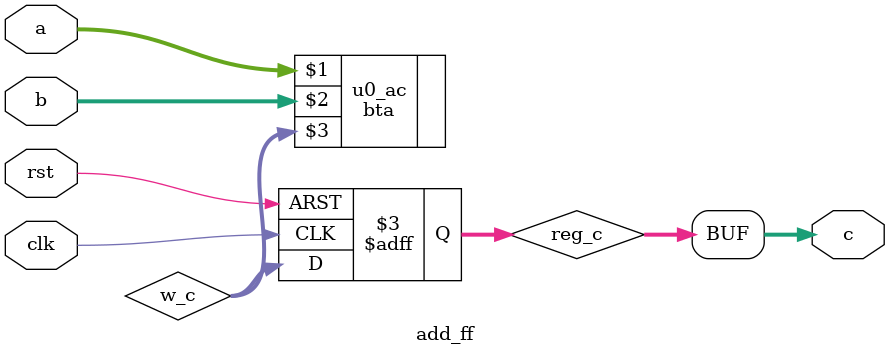
<source format=v>
`timescale 1ns/1ps

module add_ff(
 clk,
 rst,
 a,
 b,
 c
);

`define BT_RND
//parameter BT_RND = 0
parameter NAB = 0;
parameter BWOP = 32;

input clk;
input rst;
input [BWOP-1:0] a;
input [BWOP-1:0] b;
output [BWOP-1:0] c;

reg [BWOP-1:0]  reg_c;
wire [BWOP-1:0]  w_c;
`ifdef BT_RND
    bta #(BWOP, NAB) u0_ac (a, b, w_c);
`else
  bta_trunc #(BWOP, NAB) u0_ac (a, b, w_c);
`endif

always @(posedge clk or negedge rst)
begin
  if (~rst)
  begin
    reg_c <= #1 0;
  end
  else 
  begin
    reg_c <= #1 w_c;
  end
end

assign c = reg_c;

endmodule


</source>
